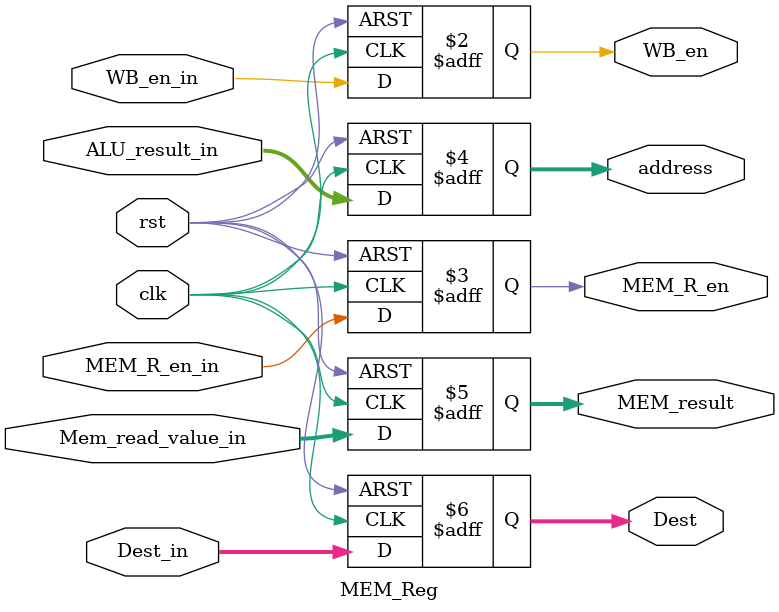
<source format=v>
module MEM_Reg (
    input clk, rst, WB_en_in, MEM_R_en_in,
    input[31:0] ALU_result_in, Mem_read_value_in,
    input[3:0] Dest_in, 
    output reg WB_en, MEM_R_en, 
    output reg[31:0] address, MEM_result,
    output reg[3:0] Dest

);

    always @(posedge clk, posedge rst) begin
        if (rst) begin
            Dest <= 0;
            WB_en <= 0;
            MEM_R_en <= 0;
            address <= 0;
            MEM_result <= 0;
        end else begin
            WB_en <= WB_en_in;
            MEM_R_en <= MEM_R_en_in;
            Dest <= Dest_in;
            address <= ALU_result_in;
            MEM_result <= Mem_read_value_in;
        end
    end

endmodule
</source>
